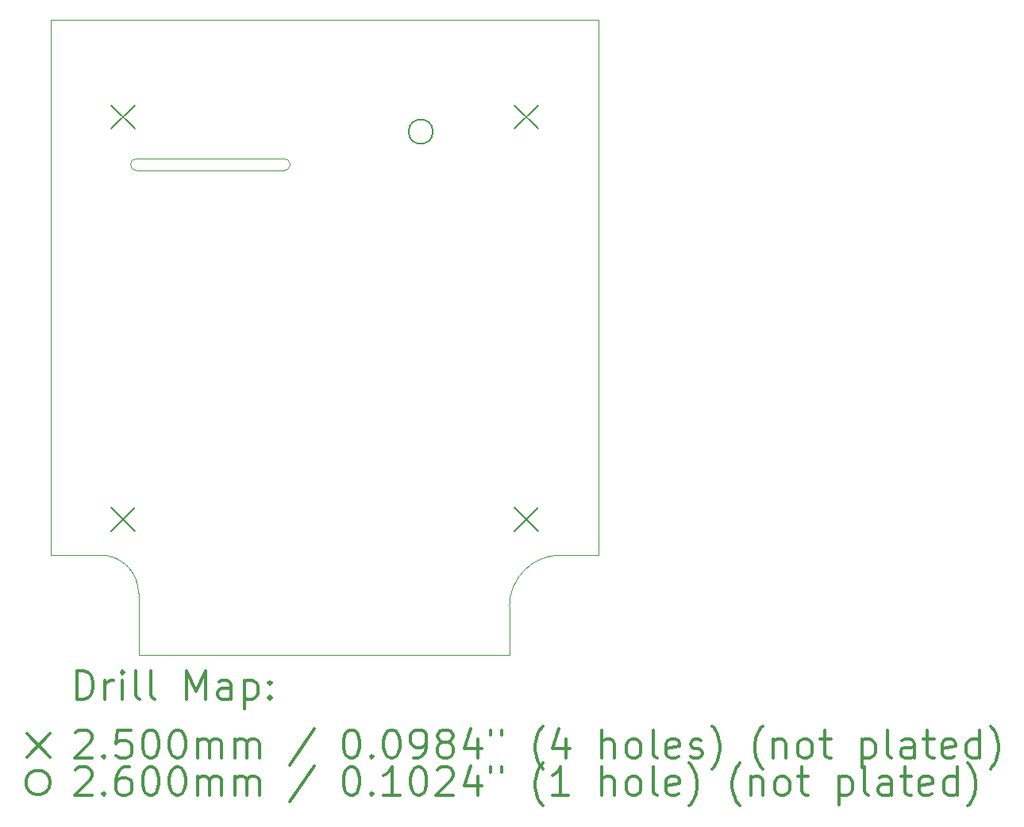
<source format=gbr>
%FSLAX45Y45*%
G04 Gerber Fmt 4.5, Leading zero omitted, Abs format (unit mm)*
G04 Created by KiCad (PCBNEW (5.1.10-1-10_14)) date 2021-07-31 12:11:47*
%MOMM*%
%LPD*%
G01*
G04 APERTURE LIST*
%TA.AperFunction,Profile*%
%ADD10C,0.050000*%
%TD*%
%ADD11C,0.200000*%
%ADD12C,0.300000*%
G04 APERTURE END LIST*
D10*
X7188200Y-17780000D02*
G75*
G02*
X7594600Y-18186400I0J-406400D01*
G01*
X7594600Y-18500000D02*
X7594600Y-18186400D01*
X12100000Y-17780000D02*
X12500000Y-17780000D01*
X12100000Y-17780000D02*
G75*
G03*
X11550000Y-18330000I0J-550000D01*
G01*
X11550000Y-18850000D02*
X11550000Y-18330000D01*
X7188200Y-17780000D02*
X6654800Y-17780000D01*
X7594600Y-18850000D02*
X7594600Y-18500000D01*
X6654800Y-12065000D02*
X6654800Y-17780000D01*
X12500000Y-12065000D02*
X6654800Y-12065000D01*
X12500000Y-17780000D02*
X12500000Y-12065000D01*
X7594600Y-18850000D02*
X11550000Y-18850000D01*
X7572800Y-13674000D02*
G75*
G02*
X7572800Y-13547000I0J63500D01*
G01*
X9147800Y-13547000D02*
G75*
G02*
X9211300Y-13610500I0J-63500D01*
G01*
X9211300Y-13610500D02*
G75*
G02*
X9147800Y-13674000I-63500J0D01*
G01*
X9147800Y-13674000D02*
X7572800Y-13674000D01*
X9147800Y-13547000D02*
X7572800Y-13547000D01*
D11*
X7305000Y-12975000D02*
X7555000Y-13225000D01*
X7555000Y-12975000D02*
X7305000Y-13225000D01*
X7305000Y-17275000D02*
X7555000Y-17525000D01*
X7555000Y-17275000D02*
X7305000Y-17525000D01*
X11605000Y-12975000D02*
X11855000Y-13225000D01*
X11855000Y-12975000D02*
X11605000Y-13225000D01*
X11605000Y-17275000D02*
X11855000Y-17525000D01*
X11855000Y-17275000D02*
X11605000Y-17525000D01*
X10734500Y-13258800D02*
G75*
G03*
X10734500Y-13258800I-130000J0D01*
G01*
D12*
X6938728Y-19318214D02*
X6938728Y-19018214D01*
X7010157Y-19018214D01*
X7053014Y-19032500D01*
X7081586Y-19061072D01*
X7095871Y-19089643D01*
X7110157Y-19146786D01*
X7110157Y-19189643D01*
X7095871Y-19246786D01*
X7081586Y-19275357D01*
X7053014Y-19303929D01*
X7010157Y-19318214D01*
X6938728Y-19318214D01*
X7238728Y-19318214D02*
X7238728Y-19118214D01*
X7238728Y-19175357D02*
X7253014Y-19146786D01*
X7267300Y-19132500D01*
X7295871Y-19118214D01*
X7324443Y-19118214D01*
X7424443Y-19318214D02*
X7424443Y-19118214D01*
X7424443Y-19018214D02*
X7410157Y-19032500D01*
X7424443Y-19046786D01*
X7438728Y-19032500D01*
X7424443Y-19018214D01*
X7424443Y-19046786D01*
X7610157Y-19318214D02*
X7581586Y-19303929D01*
X7567300Y-19275357D01*
X7567300Y-19018214D01*
X7767300Y-19318214D02*
X7738728Y-19303929D01*
X7724443Y-19275357D01*
X7724443Y-19018214D01*
X8110157Y-19318214D02*
X8110157Y-19018214D01*
X8210157Y-19232500D01*
X8310157Y-19018214D01*
X8310157Y-19318214D01*
X8581586Y-19318214D02*
X8581586Y-19161072D01*
X8567300Y-19132500D01*
X8538728Y-19118214D01*
X8481586Y-19118214D01*
X8453014Y-19132500D01*
X8581586Y-19303929D02*
X8553014Y-19318214D01*
X8481586Y-19318214D01*
X8453014Y-19303929D01*
X8438728Y-19275357D01*
X8438728Y-19246786D01*
X8453014Y-19218214D01*
X8481586Y-19203929D01*
X8553014Y-19203929D01*
X8581586Y-19189643D01*
X8724443Y-19118214D02*
X8724443Y-19418214D01*
X8724443Y-19132500D02*
X8753014Y-19118214D01*
X8810157Y-19118214D01*
X8838728Y-19132500D01*
X8853014Y-19146786D01*
X8867300Y-19175357D01*
X8867300Y-19261072D01*
X8853014Y-19289643D01*
X8838728Y-19303929D01*
X8810157Y-19318214D01*
X8753014Y-19318214D01*
X8724443Y-19303929D01*
X8995871Y-19289643D02*
X9010157Y-19303929D01*
X8995871Y-19318214D01*
X8981586Y-19303929D01*
X8995871Y-19289643D01*
X8995871Y-19318214D01*
X8995871Y-19132500D02*
X9010157Y-19146786D01*
X8995871Y-19161072D01*
X8981586Y-19146786D01*
X8995871Y-19132500D01*
X8995871Y-19161072D01*
X6402300Y-19687500D02*
X6652300Y-19937500D01*
X6652300Y-19687500D02*
X6402300Y-19937500D01*
X6924443Y-19676786D02*
X6938728Y-19662500D01*
X6967300Y-19648214D01*
X7038728Y-19648214D01*
X7067300Y-19662500D01*
X7081586Y-19676786D01*
X7095871Y-19705357D01*
X7095871Y-19733929D01*
X7081586Y-19776786D01*
X6910157Y-19948214D01*
X7095871Y-19948214D01*
X7224443Y-19919643D02*
X7238728Y-19933929D01*
X7224443Y-19948214D01*
X7210157Y-19933929D01*
X7224443Y-19919643D01*
X7224443Y-19948214D01*
X7510157Y-19648214D02*
X7367300Y-19648214D01*
X7353014Y-19791072D01*
X7367300Y-19776786D01*
X7395871Y-19762500D01*
X7467300Y-19762500D01*
X7495871Y-19776786D01*
X7510157Y-19791072D01*
X7524443Y-19819643D01*
X7524443Y-19891072D01*
X7510157Y-19919643D01*
X7495871Y-19933929D01*
X7467300Y-19948214D01*
X7395871Y-19948214D01*
X7367300Y-19933929D01*
X7353014Y-19919643D01*
X7710157Y-19648214D02*
X7738728Y-19648214D01*
X7767300Y-19662500D01*
X7781586Y-19676786D01*
X7795871Y-19705357D01*
X7810157Y-19762500D01*
X7810157Y-19833929D01*
X7795871Y-19891072D01*
X7781586Y-19919643D01*
X7767300Y-19933929D01*
X7738728Y-19948214D01*
X7710157Y-19948214D01*
X7681586Y-19933929D01*
X7667300Y-19919643D01*
X7653014Y-19891072D01*
X7638728Y-19833929D01*
X7638728Y-19762500D01*
X7653014Y-19705357D01*
X7667300Y-19676786D01*
X7681586Y-19662500D01*
X7710157Y-19648214D01*
X7995871Y-19648214D02*
X8024443Y-19648214D01*
X8053014Y-19662500D01*
X8067300Y-19676786D01*
X8081586Y-19705357D01*
X8095871Y-19762500D01*
X8095871Y-19833929D01*
X8081586Y-19891072D01*
X8067300Y-19919643D01*
X8053014Y-19933929D01*
X8024443Y-19948214D01*
X7995871Y-19948214D01*
X7967300Y-19933929D01*
X7953014Y-19919643D01*
X7938728Y-19891072D01*
X7924443Y-19833929D01*
X7924443Y-19762500D01*
X7938728Y-19705357D01*
X7953014Y-19676786D01*
X7967300Y-19662500D01*
X7995871Y-19648214D01*
X8224443Y-19948214D02*
X8224443Y-19748214D01*
X8224443Y-19776786D02*
X8238728Y-19762500D01*
X8267300Y-19748214D01*
X8310157Y-19748214D01*
X8338728Y-19762500D01*
X8353014Y-19791072D01*
X8353014Y-19948214D01*
X8353014Y-19791072D02*
X8367300Y-19762500D01*
X8395871Y-19748214D01*
X8438728Y-19748214D01*
X8467300Y-19762500D01*
X8481586Y-19791072D01*
X8481586Y-19948214D01*
X8624443Y-19948214D02*
X8624443Y-19748214D01*
X8624443Y-19776786D02*
X8638728Y-19762500D01*
X8667300Y-19748214D01*
X8710157Y-19748214D01*
X8738728Y-19762500D01*
X8753014Y-19791072D01*
X8753014Y-19948214D01*
X8753014Y-19791072D02*
X8767300Y-19762500D01*
X8795871Y-19748214D01*
X8838728Y-19748214D01*
X8867300Y-19762500D01*
X8881586Y-19791072D01*
X8881586Y-19948214D01*
X9467300Y-19633929D02*
X9210157Y-20019643D01*
X9853014Y-19648214D02*
X9881586Y-19648214D01*
X9910157Y-19662500D01*
X9924443Y-19676786D01*
X9938728Y-19705357D01*
X9953014Y-19762500D01*
X9953014Y-19833929D01*
X9938728Y-19891072D01*
X9924443Y-19919643D01*
X9910157Y-19933929D01*
X9881586Y-19948214D01*
X9853014Y-19948214D01*
X9824443Y-19933929D01*
X9810157Y-19919643D01*
X9795871Y-19891072D01*
X9781586Y-19833929D01*
X9781586Y-19762500D01*
X9795871Y-19705357D01*
X9810157Y-19676786D01*
X9824443Y-19662500D01*
X9853014Y-19648214D01*
X10081586Y-19919643D02*
X10095871Y-19933929D01*
X10081586Y-19948214D01*
X10067300Y-19933929D01*
X10081586Y-19919643D01*
X10081586Y-19948214D01*
X10281586Y-19648214D02*
X10310157Y-19648214D01*
X10338728Y-19662500D01*
X10353014Y-19676786D01*
X10367300Y-19705357D01*
X10381586Y-19762500D01*
X10381586Y-19833929D01*
X10367300Y-19891072D01*
X10353014Y-19919643D01*
X10338728Y-19933929D01*
X10310157Y-19948214D01*
X10281586Y-19948214D01*
X10253014Y-19933929D01*
X10238728Y-19919643D01*
X10224443Y-19891072D01*
X10210157Y-19833929D01*
X10210157Y-19762500D01*
X10224443Y-19705357D01*
X10238728Y-19676786D01*
X10253014Y-19662500D01*
X10281586Y-19648214D01*
X10524443Y-19948214D02*
X10581586Y-19948214D01*
X10610157Y-19933929D01*
X10624443Y-19919643D01*
X10653014Y-19876786D01*
X10667300Y-19819643D01*
X10667300Y-19705357D01*
X10653014Y-19676786D01*
X10638728Y-19662500D01*
X10610157Y-19648214D01*
X10553014Y-19648214D01*
X10524443Y-19662500D01*
X10510157Y-19676786D01*
X10495871Y-19705357D01*
X10495871Y-19776786D01*
X10510157Y-19805357D01*
X10524443Y-19819643D01*
X10553014Y-19833929D01*
X10610157Y-19833929D01*
X10638728Y-19819643D01*
X10653014Y-19805357D01*
X10667300Y-19776786D01*
X10838728Y-19776786D02*
X10810157Y-19762500D01*
X10795871Y-19748214D01*
X10781586Y-19719643D01*
X10781586Y-19705357D01*
X10795871Y-19676786D01*
X10810157Y-19662500D01*
X10838728Y-19648214D01*
X10895871Y-19648214D01*
X10924443Y-19662500D01*
X10938728Y-19676786D01*
X10953014Y-19705357D01*
X10953014Y-19719643D01*
X10938728Y-19748214D01*
X10924443Y-19762500D01*
X10895871Y-19776786D01*
X10838728Y-19776786D01*
X10810157Y-19791072D01*
X10795871Y-19805357D01*
X10781586Y-19833929D01*
X10781586Y-19891072D01*
X10795871Y-19919643D01*
X10810157Y-19933929D01*
X10838728Y-19948214D01*
X10895871Y-19948214D01*
X10924443Y-19933929D01*
X10938728Y-19919643D01*
X10953014Y-19891072D01*
X10953014Y-19833929D01*
X10938728Y-19805357D01*
X10924443Y-19791072D01*
X10895871Y-19776786D01*
X11210157Y-19748214D02*
X11210157Y-19948214D01*
X11138728Y-19633929D02*
X11067300Y-19848214D01*
X11253014Y-19848214D01*
X11353014Y-19648214D02*
X11353014Y-19705357D01*
X11467300Y-19648214D02*
X11467300Y-19705357D01*
X11910157Y-20062500D02*
X11895871Y-20048214D01*
X11867300Y-20005357D01*
X11853014Y-19976786D01*
X11838728Y-19933929D01*
X11824443Y-19862500D01*
X11824443Y-19805357D01*
X11838728Y-19733929D01*
X11853014Y-19691072D01*
X11867300Y-19662500D01*
X11895871Y-19619643D01*
X11910157Y-19605357D01*
X12153014Y-19748214D02*
X12153014Y-19948214D01*
X12081586Y-19633929D02*
X12010157Y-19848214D01*
X12195871Y-19848214D01*
X12538728Y-19948214D02*
X12538728Y-19648214D01*
X12667300Y-19948214D02*
X12667300Y-19791072D01*
X12653014Y-19762500D01*
X12624443Y-19748214D01*
X12581586Y-19748214D01*
X12553014Y-19762500D01*
X12538728Y-19776786D01*
X12853014Y-19948214D02*
X12824443Y-19933929D01*
X12810157Y-19919643D01*
X12795871Y-19891072D01*
X12795871Y-19805357D01*
X12810157Y-19776786D01*
X12824443Y-19762500D01*
X12853014Y-19748214D01*
X12895871Y-19748214D01*
X12924443Y-19762500D01*
X12938728Y-19776786D01*
X12953014Y-19805357D01*
X12953014Y-19891072D01*
X12938728Y-19919643D01*
X12924443Y-19933929D01*
X12895871Y-19948214D01*
X12853014Y-19948214D01*
X13124443Y-19948214D02*
X13095871Y-19933929D01*
X13081586Y-19905357D01*
X13081586Y-19648214D01*
X13353014Y-19933929D02*
X13324443Y-19948214D01*
X13267300Y-19948214D01*
X13238728Y-19933929D01*
X13224443Y-19905357D01*
X13224443Y-19791072D01*
X13238728Y-19762500D01*
X13267300Y-19748214D01*
X13324443Y-19748214D01*
X13353014Y-19762500D01*
X13367300Y-19791072D01*
X13367300Y-19819643D01*
X13224443Y-19848214D01*
X13481586Y-19933929D02*
X13510157Y-19948214D01*
X13567300Y-19948214D01*
X13595871Y-19933929D01*
X13610157Y-19905357D01*
X13610157Y-19891072D01*
X13595871Y-19862500D01*
X13567300Y-19848214D01*
X13524443Y-19848214D01*
X13495871Y-19833929D01*
X13481586Y-19805357D01*
X13481586Y-19791072D01*
X13495871Y-19762500D01*
X13524443Y-19748214D01*
X13567300Y-19748214D01*
X13595871Y-19762500D01*
X13710157Y-20062500D02*
X13724443Y-20048214D01*
X13753014Y-20005357D01*
X13767300Y-19976786D01*
X13781586Y-19933929D01*
X13795871Y-19862500D01*
X13795871Y-19805357D01*
X13781586Y-19733929D01*
X13767300Y-19691072D01*
X13753014Y-19662500D01*
X13724443Y-19619643D01*
X13710157Y-19605357D01*
X14253014Y-20062500D02*
X14238728Y-20048214D01*
X14210157Y-20005357D01*
X14195871Y-19976786D01*
X14181586Y-19933929D01*
X14167300Y-19862500D01*
X14167300Y-19805357D01*
X14181586Y-19733929D01*
X14195871Y-19691072D01*
X14210157Y-19662500D01*
X14238728Y-19619643D01*
X14253014Y-19605357D01*
X14367300Y-19748214D02*
X14367300Y-19948214D01*
X14367300Y-19776786D02*
X14381586Y-19762500D01*
X14410157Y-19748214D01*
X14453014Y-19748214D01*
X14481586Y-19762500D01*
X14495871Y-19791072D01*
X14495871Y-19948214D01*
X14681586Y-19948214D02*
X14653014Y-19933929D01*
X14638728Y-19919643D01*
X14624443Y-19891072D01*
X14624443Y-19805357D01*
X14638728Y-19776786D01*
X14653014Y-19762500D01*
X14681586Y-19748214D01*
X14724443Y-19748214D01*
X14753014Y-19762500D01*
X14767300Y-19776786D01*
X14781586Y-19805357D01*
X14781586Y-19891072D01*
X14767300Y-19919643D01*
X14753014Y-19933929D01*
X14724443Y-19948214D01*
X14681586Y-19948214D01*
X14867300Y-19748214D02*
X14981586Y-19748214D01*
X14910157Y-19648214D02*
X14910157Y-19905357D01*
X14924443Y-19933929D01*
X14953014Y-19948214D01*
X14981586Y-19948214D01*
X15310157Y-19748214D02*
X15310157Y-20048214D01*
X15310157Y-19762500D02*
X15338728Y-19748214D01*
X15395871Y-19748214D01*
X15424443Y-19762500D01*
X15438728Y-19776786D01*
X15453014Y-19805357D01*
X15453014Y-19891072D01*
X15438728Y-19919643D01*
X15424443Y-19933929D01*
X15395871Y-19948214D01*
X15338728Y-19948214D01*
X15310157Y-19933929D01*
X15624443Y-19948214D02*
X15595871Y-19933929D01*
X15581586Y-19905357D01*
X15581586Y-19648214D01*
X15867300Y-19948214D02*
X15867300Y-19791072D01*
X15853014Y-19762500D01*
X15824443Y-19748214D01*
X15767300Y-19748214D01*
X15738728Y-19762500D01*
X15867300Y-19933929D02*
X15838728Y-19948214D01*
X15767300Y-19948214D01*
X15738728Y-19933929D01*
X15724443Y-19905357D01*
X15724443Y-19876786D01*
X15738728Y-19848214D01*
X15767300Y-19833929D01*
X15838728Y-19833929D01*
X15867300Y-19819643D01*
X15967300Y-19748214D02*
X16081586Y-19748214D01*
X16010157Y-19648214D02*
X16010157Y-19905357D01*
X16024443Y-19933929D01*
X16053014Y-19948214D01*
X16081586Y-19948214D01*
X16295871Y-19933929D02*
X16267300Y-19948214D01*
X16210157Y-19948214D01*
X16181586Y-19933929D01*
X16167300Y-19905357D01*
X16167300Y-19791072D01*
X16181586Y-19762500D01*
X16210157Y-19748214D01*
X16267300Y-19748214D01*
X16295871Y-19762500D01*
X16310157Y-19791072D01*
X16310157Y-19819643D01*
X16167300Y-19848214D01*
X16567300Y-19948214D02*
X16567300Y-19648214D01*
X16567300Y-19933929D02*
X16538728Y-19948214D01*
X16481586Y-19948214D01*
X16453014Y-19933929D01*
X16438728Y-19919643D01*
X16424443Y-19891072D01*
X16424443Y-19805357D01*
X16438728Y-19776786D01*
X16453014Y-19762500D01*
X16481586Y-19748214D01*
X16538728Y-19748214D01*
X16567300Y-19762500D01*
X16681586Y-20062500D02*
X16695871Y-20048214D01*
X16724443Y-20005357D01*
X16738728Y-19976786D01*
X16753014Y-19933929D01*
X16767300Y-19862500D01*
X16767300Y-19805357D01*
X16753014Y-19733929D01*
X16738728Y-19691072D01*
X16724443Y-19662500D01*
X16695871Y-19619643D01*
X16681586Y-19605357D01*
X6652300Y-20208500D02*
G75*
G03*
X6652300Y-20208500I-130000J0D01*
G01*
X6924443Y-20072786D02*
X6938728Y-20058500D01*
X6967300Y-20044214D01*
X7038728Y-20044214D01*
X7067300Y-20058500D01*
X7081586Y-20072786D01*
X7095871Y-20101357D01*
X7095871Y-20129929D01*
X7081586Y-20172786D01*
X6910157Y-20344214D01*
X7095871Y-20344214D01*
X7224443Y-20315643D02*
X7238728Y-20329929D01*
X7224443Y-20344214D01*
X7210157Y-20329929D01*
X7224443Y-20315643D01*
X7224443Y-20344214D01*
X7495871Y-20044214D02*
X7438728Y-20044214D01*
X7410157Y-20058500D01*
X7395871Y-20072786D01*
X7367300Y-20115643D01*
X7353014Y-20172786D01*
X7353014Y-20287072D01*
X7367300Y-20315643D01*
X7381586Y-20329929D01*
X7410157Y-20344214D01*
X7467300Y-20344214D01*
X7495871Y-20329929D01*
X7510157Y-20315643D01*
X7524443Y-20287072D01*
X7524443Y-20215643D01*
X7510157Y-20187072D01*
X7495871Y-20172786D01*
X7467300Y-20158500D01*
X7410157Y-20158500D01*
X7381586Y-20172786D01*
X7367300Y-20187072D01*
X7353014Y-20215643D01*
X7710157Y-20044214D02*
X7738728Y-20044214D01*
X7767300Y-20058500D01*
X7781586Y-20072786D01*
X7795871Y-20101357D01*
X7810157Y-20158500D01*
X7810157Y-20229929D01*
X7795871Y-20287072D01*
X7781586Y-20315643D01*
X7767300Y-20329929D01*
X7738728Y-20344214D01*
X7710157Y-20344214D01*
X7681586Y-20329929D01*
X7667300Y-20315643D01*
X7653014Y-20287072D01*
X7638728Y-20229929D01*
X7638728Y-20158500D01*
X7653014Y-20101357D01*
X7667300Y-20072786D01*
X7681586Y-20058500D01*
X7710157Y-20044214D01*
X7995871Y-20044214D02*
X8024443Y-20044214D01*
X8053014Y-20058500D01*
X8067300Y-20072786D01*
X8081586Y-20101357D01*
X8095871Y-20158500D01*
X8095871Y-20229929D01*
X8081586Y-20287072D01*
X8067300Y-20315643D01*
X8053014Y-20329929D01*
X8024443Y-20344214D01*
X7995871Y-20344214D01*
X7967300Y-20329929D01*
X7953014Y-20315643D01*
X7938728Y-20287072D01*
X7924443Y-20229929D01*
X7924443Y-20158500D01*
X7938728Y-20101357D01*
X7953014Y-20072786D01*
X7967300Y-20058500D01*
X7995871Y-20044214D01*
X8224443Y-20344214D02*
X8224443Y-20144214D01*
X8224443Y-20172786D02*
X8238728Y-20158500D01*
X8267300Y-20144214D01*
X8310157Y-20144214D01*
X8338728Y-20158500D01*
X8353014Y-20187072D01*
X8353014Y-20344214D01*
X8353014Y-20187072D02*
X8367300Y-20158500D01*
X8395871Y-20144214D01*
X8438728Y-20144214D01*
X8467300Y-20158500D01*
X8481586Y-20187072D01*
X8481586Y-20344214D01*
X8624443Y-20344214D02*
X8624443Y-20144214D01*
X8624443Y-20172786D02*
X8638728Y-20158500D01*
X8667300Y-20144214D01*
X8710157Y-20144214D01*
X8738728Y-20158500D01*
X8753014Y-20187072D01*
X8753014Y-20344214D01*
X8753014Y-20187072D02*
X8767300Y-20158500D01*
X8795871Y-20144214D01*
X8838728Y-20144214D01*
X8867300Y-20158500D01*
X8881586Y-20187072D01*
X8881586Y-20344214D01*
X9467300Y-20029929D02*
X9210157Y-20415643D01*
X9853014Y-20044214D02*
X9881586Y-20044214D01*
X9910157Y-20058500D01*
X9924443Y-20072786D01*
X9938728Y-20101357D01*
X9953014Y-20158500D01*
X9953014Y-20229929D01*
X9938728Y-20287072D01*
X9924443Y-20315643D01*
X9910157Y-20329929D01*
X9881586Y-20344214D01*
X9853014Y-20344214D01*
X9824443Y-20329929D01*
X9810157Y-20315643D01*
X9795871Y-20287072D01*
X9781586Y-20229929D01*
X9781586Y-20158500D01*
X9795871Y-20101357D01*
X9810157Y-20072786D01*
X9824443Y-20058500D01*
X9853014Y-20044214D01*
X10081586Y-20315643D02*
X10095871Y-20329929D01*
X10081586Y-20344214D01*
X10067300Y-20329929D01*
X10081586Y-20315643D01*
X10081586Y-20344214D01*
X10381586Y-20344214D02*
X10210157Y-20344214D01*
X10295871Y-20344214D02*
X10295871Y-20044214D01*
X10267300Y-20087072D01*
X10238728Y-20115643D01*
X10210157Y-20129929D01*
X10567300Y-20044214D02*
X10595871Y-20044214D01*
X10624443Y-20058500D01*
X10638728Y-20072786D01*
X10653014Y-20101357D01*
X10667300Y-20158500D01*
X10667300Y-20229929D01*
X10653014Y-20287072D01*
X10638728Y-20315643D01*
X10624443Y-20329929D01*
X10595871Y-20344214D01*
X10567300Y-20344214D01*
X10538728Y-20329929D01*
X10524443Y-20315643D01*
X10510157Y-20287072D01*
X10495871Y-20229929D01*
X10495871Y-20158500D01*
X10510157Y-20101357D01*
X10524443Y-20072786D01*
X10538728Y-20058500D01*
X10567300Y-20044214D01*
X10781586Y-20072786D02*
X10795871Y-20058500D01*
X10824443Y-20044214D01*
X10895871Y-20044214D01*
X10924443Y-20058500D01*
X10938728Y-20072786D01*
X10953014Y-20101357D01*
X10953014Y-20129929D01*
X10938728Y-20172786D01*
X10767300Y-20344214D01*
X10953014Y-20344214D01*
X11210157Y-20144214D02*
X11210157Y-20344214D01*
X11138728Y-20029929D02*
X11067300Y-20244214D01*
X11253014Y-20244214D01*
X11353014Y-20044214D02*
X11353014Y-20101357D01*
X11467300Y-20044214D02*
X11467300Y-20101357D01*
X11910157Y-20458500D02*
X11895871Y-20444214D01*
X11867300Y-20401357D01*
X11853014Y-20372786D01*
X11838728Y-20329929D01*
X11824443Y-20258500D01*
X11824443Y-20201357D01*
X11838728Y-20129929D01*
X11853014Y-20087072D01*
X11867300Y-20058500D01*
X11895871Y-20015643D01*
X11910157Y-20001357D01*
X12181586Y-20344214D02*
X12010157Y-20344214D01*
X12095871Y-20344214D02*
X12095871Y-20044214D01*
X12067300Y-20087072D01*
X12038728Y-20115643D01*
X12010157Y-20129929D01*
X12538728Y-20344214D02*
X12538728Y-20044214D01*
X12667300Y-20344214D02*
X12667300Y-20187072D01*
X12653014Y-20158500D01*
X12624443Y-20144214D01*
X12581586Y-20144214D01*
X12553014Y-20158500D01*
X12538728Y-20172786D01*
X12853014Y-20344214D02*
X12824443Y-20329929D01*
X12810157Y-20315643D01*
X12795871Y-20287072D01*
X12795871Y-20201357D01*
X12810157Y-20172786D01*
X12824443Y-20158500D01*
X12853014Y-20144214D01*
X12895871Y-20144214D01*
X12924443Y-20158500D01*
X12938728Y-20172786D01*
X12953014Y-20201357D01*
X12953014Y-20287072D01*
X12938728Y-20315643D01*
X12924443Y-20329929D01*
X12895871Y-20344214D01*
X12853014Y-20344214D01*
X13124443Y-20344214D02*
X13095871Y-20329929D01*
X13081586Y-20301357D01*
X13081586Y-20044214D01*
X13353014Y-20329929D02*
X13324443Y-20344214D01*
X13267300Y-20344214D01*
X13238728Y-20329929D01*
X13224443Y-20301357D01*
X13224443Y-20187072D01*
X13238728Y-20158500D01*
X13267300Y-20144214D01*
X13324443Y-20144214D01*
X13353014Y-20158500D01*
X13367300Y-20187072D01*
X13367300Y-20215643D01*
X13224443Y-20244214D01*
X13467300Y-20458500D02*
X13481586Y-20444214D01*
X13510157Y-20401357D01*
X13524443Y-20372786D01*
X13538728Y-20329929D01*
X13553014Y-20258500D01*
X13553014Y-20201357D01*
X13538728Y-20129929D01*
X13524443Y-20087072D01*
X13510157Y-20058500D01*
X13481586Y-20015643D01*
X13467300Y-20001357D01*
X14010157Y-20458500D02*
X13995871Y-20444214D01*
X13967300Y-20401357D01*
X13953014Y-20372786D01*
X13938728Y-20329929D01*
X13924443Y-20258500D01*
X13924443Y-20201357D01*
X13938728Y-20129929D01*
X13953014Y-20087072D01*
X13967300Y-20058500D01*
X13995871Y-20015643D01*
X14010157Y-20001357D01*
X14124443Y-20144214D02*
X14124443Y-20344214D01*
X14124443Y-20172786D02*
X14138728Y-20158500D01*
X14167300Y-20144214D01*
X14210157Y-20144214D01*
X14238728Y-20158500D01*
X14253014Y-20187072D01*
X14253014Y-20344214D01*
X14438728Y-20344214D02*
X14410157Y-20329929D01*
X14395871Y-20315643D01*
X14381586Y-20287072D01*
X14381586Y-20201357D01*
X14395871Y-20172786D01*
X14410157Y-20158500D01*
X14438728Y-20144214D01*
X14481586Y-20144214D01*
X14510157Y-20158500D01*
X14524443Y-20172786D01*
X14538728Y-20201357D01*
X14538728Y-20287072D01*
X14524443Y-20315643D01*
X14510157Y-20329929D01*
X14481586Y-20344214D01*
X14438728Y-20344214D01*
X14624443Y-20144214D02*
X14738728Y-20144214D01*
X14667300Y-20044214D02*
X14667300Y-20301357D01*
X14681586Y-20329929D01*
X14710157Y-20344214D01*
X14738728Y-20344214D01*
X15067300Y-20144214D02*
X15067300Y-20444214D01*
X15067300Y-20158500D02*
X15095871Y-20144214D01*
X15153014Y-20144214D01*
X15181586Y-20158500D01*
X15195871Y-20172786D01*
X15210157Y-20201357D01*
X15210157Y-20287072D01*
X15195871Y-20315643D01*
X15181586Y-20329929D01*
X15153014Y-20344214D01*
X15095871Y-20344214D01*
X15067300Y-20329929D01*
X15381586Y-20344214D02*
X15353014Y-20329929D01*
X15338728Y-20301357D01*
X15338728Y-20044214D01*
X15624443Y-20344214D02*
X15624443Y-20187072D01*
X15610157Y-20158500D01*
X15581586Y-20144214D01*
X15524443Y-20144214D01*
X15495871Y-20158500D01*
X15624443Y-20329929D02*
X15595871Y-20344214D01*
X15524443Y-20344214D01*
X15495871Y-20329929D01*
X15481586Y-20301357D01*
X15481586Y-20272786D01*
X15495871Y-20244214D01*
X15524443Y-20229929D01*
X15595871Y-20229929D01*
X15624443Y-20215643D01*
X15724443Y-20144214D02*
X15838728Y-20144214D01*
X15767300Y-20044214D02*
X15767300Y-20301357D01*
X15781586Y-20329929D01*
X15810157Y-20344214D01*
X15838728Y-20344214D01*
X16053014Y-20329929D02*
X16024443Y-20344214D01*
X15967300Y-20344214D01*
X15938728Y-20329929D01*
X15924443Y-20301357D01*
X15924443Y-20187072D01*
X15938728Y-20158500D01*
X15967300Y-20144214D01*
X16024443Y-20144214D01*
X16053014Y-20158500D01*
X16067300Y-20187072D01*
X16067300Y-20215643D01*
X15924443Y-20244214D01*
X16324443Y-20344214D02*
X16324443Y-20044214D01*
X16324443Y-20329929D02*
X16295871Y-20344214D01*
X16238728Y-20344214D01*
X16210157Y-20329929D01*
X16195871Y-20315643D01*
X16181586Y-20287072D01*
X16181586Y-20201357D01*
X16195871Y-20172786D01*
X16210157Y-20158500D01*
X16238728Y-20144214D01*
X16295871Y-20144214D01*
X16324443Y-20158500D01*
X16438728Y-20458500D02*
X16453014Y-20444214D01*
X16481586Y-20401357D01*
X16495871Y-20372786D01*
X16510157Y-20329929D01*
X16524443Y-20258500D01*
X16524443Y-20201357D01*
X16510157Y-20129929D01*
X16495871Y-20087072D01*
X16481586Y-20058500D01*
X16453014Y-20015643D01*
X16438728Y-20001357D01*
M02*

</source>
